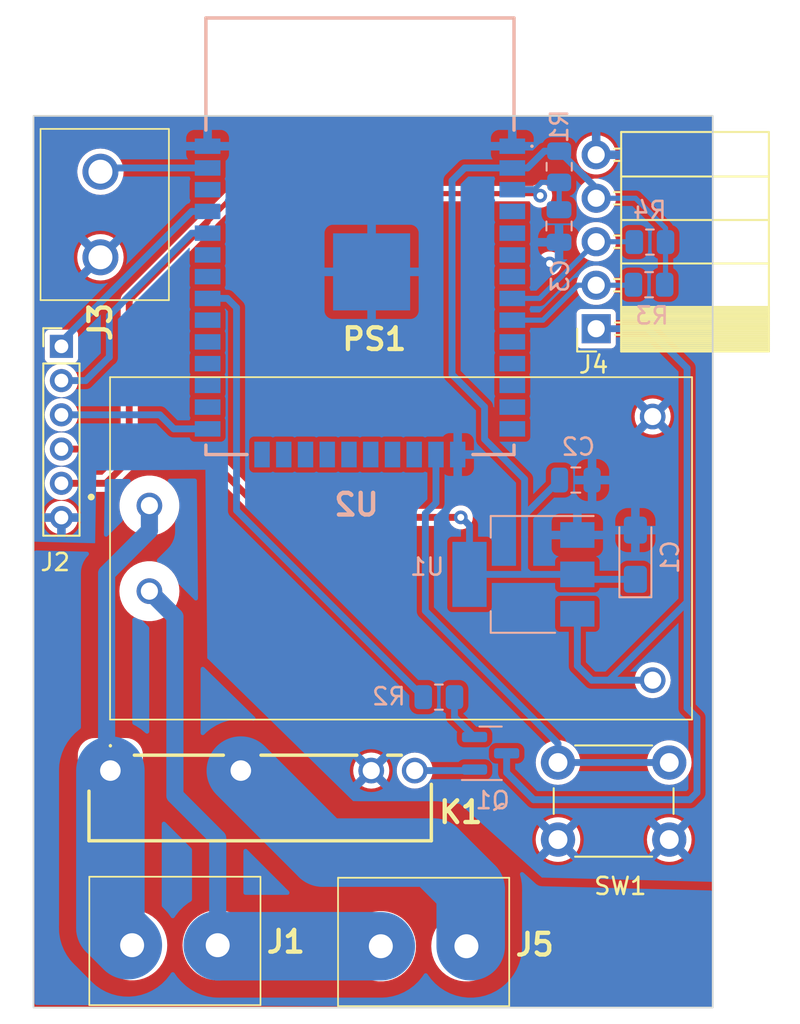
<source format=kicad_pcb>
(kicad_pcb (version 20221018) (generator pcbnew)
  (layers (0 "F.Cu" signal) (31 "B.Cu" signal) (34 "B.Paste" user) (35 "F.Paste" user) (36 "B.SilkS" user "B.Silkscreen") (37 "F.SilkS" user "F.Silkscreen") (38 "B.Mask" user) (39 "F.Mask" user) (44 "Edge.Cuts" user))
  (net 0 "")
  (net 1 "GND")
  (net 2 "LINE")
  (net 3 "+5V")
  (net 4 "Net-(K1-COIL_2)")
  (net 21 "Net-(Q1-B)")
  (net 27 "/RXD")
  (net 28 "/TXD")
  (net 29 "NEUT")
  (net 30 "/LINE_NO")
  (net 31 "/EN")
  (net 32 "/DTR")
  (net 33 "Net-(J3-Pin_1)")
  (net 34 "Net-(U2-IO19)")
  (net 36 "+3V3")
  (net 37 "/SCL")
  (net 38 "/SDA")
  (net 41 "Net-(U2-IO13)")
  (footprint "KF301_2P:KF3012P" (layer "F.Cu") (at 46.54 76.52)
    (fp_text reference "J5" (at 8.99 -0.09) (layer "F.SilkS") (effects (font (size 1.27 1.27) (thickness 0.254))))
    (fp_text value "Screw_Terminal_01x02" hide)
    (fp_line (start -2.5 -4) (end 7.5 -4) (stroke (width 0.1)) (layer "F.SilkS"))
    (fp_line (start -2.5 3.5) (end -2.5 -4) (stroke (width 0.1)) (layer "F.SilkS"))
    (fp_line (start 7.5 -4) (end 7.5 3.5) (stroke (width 0.1)) (layer "F.SilkS"))
    (fp_line (start 7.5 3.5) (end -2.5 3.5) (stroke (width 0.1)) (layer "F.SilkS"))
    (pad "1" thru_hole circle (at 0 0) (size 2.1 2.1) (drill 1.4) (layers "*.Cu" "*.Mask") (net 29 "NEUT"))
    (pad "2" thru_hole circle (at 5 0) (size 2.1 2.1) (drill 1.4) (layers "*.Cu" "*.Mask") (net 30 "/LINE_NO"))
  )
  (footprint "Connector_PinSocket_2.54mm:PinSocket_1x05_P2.54mm_Horizontal" (layer "F.Cu") (at 59.12 40.45 180)
    (fp_text reference "J4" (at 0.15 -2.1 180) (layer "F.SilkS"))
    (fp_text value "Conn_01x04_Socket")
    (fp_line (start -10.09 -1.33) (end -10.09 11.49) (stroke (width 0.12)) (layer "F.SilkS"))
    (fp_line (start -10.09 -1.33) (end -1.46 -1.33) (stroke (width 0.12)) (layer "F.SilkS"))
    (fp_line (start -10.09 -1.21) (end -1.46 -1.21) (stroke (width 0.12)) (layer "F.SilkS"))
    (fp_line (start -10.09 -1.091905) (end -1.46 -1.091905) (stroke (width 0.12)) (layer "F.SilkS"))
    (fp_line (start -10.09 -0.97381) (end -1.46 -0.97381) (stroke (width 0.12)) (layer "F.SilkS"))
    (fp_line (start -10.09 -0.855715) (end -1.46 -0.855715) (stroke (width 0.12)) (layer "F.SilkS"))
    (fp_line (start -10.09 -0.73762) (end -1.46 -0.73762) (stroke (width 0.12)) (layer "F.SilkS"))
    (fp_line (start -10.09 -0.619525) (end -1.46 -0.619525) (stroke (width 0.12)) (layer "F.SilkS"))
    (fp_line (start -10.09 -0.50143) (end -1.46 -0.50143) (stroke (width 0.12)) (layer "F.SilkS"))
    (fp_line (start -10.09 -0.383335) (end -1.46 -0.383335) (stroke (width 0.12)) (layer "F.SilkS"))
    (fp_line (start -10.09 -0.26524) (end -1.46 -0.26524) (stroke (width 0.12)) (layer "F.SilkS"))
    (fp_line (start -10.09 -0.147145) (end -1.46 -0.147145) (stroke (width 0.12)) (layer "F.SilkS"))
    (fp_line (start -10.09 -0.02905) (end -1.46 -0.02905) (stroke (width 0.12)) (layer "F.SilkS"))
    (fp_line (start -10.09 0.089045) (end -1.46 0.089045) (stroke (width 0.12)) (layer "F.SilkS"))
    (fp_line (start -10.09 0.20714) (end -1.46 0.20714) (stroke (width 0.12)) (layer "F.SilkS"))
    (fp_line (start -10.09 0.325235) (end -1.46 0.325235) (stroke (width 0.12)) (layer "F.SilkS"))
    (fp_line (start -10.09 0.44333) (end -1.46 0.44333) (stroke (width 0.12)) (layer "F.SilkS"))
    (fp_line (start -10.09 0.561425) (end -1.46 0.561425) (stroke (width 0.12)) (layer "F.SilkS"))
    (fp_line (start -10.09 0.67952) (end -1.46 0.67952) (stroke (width 0.12)) (layer "F.SilkS"))
    (fp_line (start -10.09 0.797615) (end -1.46 0.797615) (stroke (width 0.12)) (layer "F.SilkS"))
    (fp_line (start -10.09 0.91571) (end -1.46 0.91571) (stroke (width 0.12)) (layer "F.SilkS"))
    (fp_line (start -10.09 1.033805) (end -1.46 1.033805) (stroke (width 0.12)) (layer "F.SilkS"))
    (fp_line (start -10.09 1.1519) (end -1.46 1.1519) (stroke (width 0.12)) (layer "F.SilkS"))
    (fp_line (start -10.09 1.27) (end -1.46 1.27) (stroke (width 0.12)) (layer "F.SilkS"))
    (fp_line (start -10.09 3.81) (end -1.46 3.81) (stroke (width 0.12)) (layer "F.SilkS"))
    (fp_line (start -10.09 6.35) (end -1.46 6.35) (stroke (width 0.12)) (layer "F.SilkS"))
    (fp_line (start -10.09 8.89) (end -1.46 8.89) (stroke (width 0.12)) (layer "F.SilkS"))
    (fp_line (start -10.09 11.49) (end -1.46 11.49) (stroke (width 0.12)) (layer "F.SilkS"))
    (fp_line (start -1.46 -1.33) (end -1.46 11.49) (stroke (width 0.12)) (layer "F.SilkS"))
    (fp_line (start -1.46 -0.36) (end -1.11 -0.36) (stroke (width 0.12)) (layer "F.SilkS"))
    (fp_line (start -1.46 0.36) (end -1.11 0.36) (stroke (width 0.12)) (layer "F.SilkS"))
    (fp_line (start -1.46 2.18) (end -1.05 2.18) (stroke (width 0.12)) (layer "F.SilkS"))
    (fp_line (start -1.46 2.9) (end -1.05 2.9) (stroke (width 0.12)) (layer "F.SilkS"))
    (fp_line (start -1.46 4.72) (end -1.05 4.72) (stroke (width 0.12)) (layer "F.SilkS"))
    (fp_line (start -1.46 5.44) (end -1.05 5.44) (stroke (width 0.12)) (layer "F.SilkS"))
    (fp_line (start -1.46 7.26) (end -1.05 7.26) (stroke (width 0.12)) (layer "F.SilkS"))
    (fp_line (start -1.46 7.98) (end -1.05 7.98) (stroke (width 0.12)) (layer "F.SilkS"))
    (fp_line (start -1.46 9.8) (end -1.05 9.8) (stroke (width 0.12)) (layer "F.SilkS"))
    (fp_line (start -1.46 10.52) (end -1.05 10.52) (stroke (width 0.12)) (layer "F.SilkS"))
    (fp_line (start 0 -1.33) (end 1.11 -1.33) (stroke (width 0.12)) (layer "F.SilkS"))
    (fp_line (start 1.11 -1.33) (end 1.11 0) (stroke (width 0.12)) (layer "F.SilkS"))
    (pad "1" thru_hole rect (at 0 0 180) (size 1.7 1.7) (drill 1) (layers "*.Cu" "*.Mask") (net 3 "+5V"))
    (pad "2" thru_hole oval (at 0 2.54 180) (size 1.7 1.7) (drill 1) (layers "*.Cu" "*.Mask") (net 37 "/SCL"))
    (pad "3" thru_hole oval (at 0 5.08 180) (size 1.7 1.7) (drill 1) (layers "*.Cu" "*.Mask") (net 38 "/SDA"))
    (pad "4" thru_hole oval (at 0 7.62 180) (size 1.7 1.7) (drill 1) (layers "*.Cu" "*.Mask") (net 36 "+3V3"))
    (pad "5" thru_hole oval (at 0 10.16 180) (size 1.7 1.7) (drill 1) (layers "*.Cu" "*.Mask") (net 1 "GND"))
  )
  (footprint "Hi-link:HLKPM01" (layer "F.Cu") (at 33.02 50.78)
    (fp_text reference "PS1" (at 13.14 -9.72) (layer "F.SilkS") (effects (font (size 1.27 1.27) (thickness 0.254))))
    (fp_text value "HLK-PM01" hide)
    (fp_line (start -3.5 -0.5) (end -3.5 -0.5) (stroke (width 0.2)) (layer "F.SilkS"))
    (fp_line (start -3.3 -0.5) (end -3.3 -0.5) (stroke (width 0.2)) (layer "F.SilkS"))
    (fp_line (start -2.3 -7.5) (end 31.7 -7.5) (stroke (width 0.1)) (layer "F.SilkS"))
    (fp_line (start -2.3 12.5) (end -2.3 -7.5) (stroke (width 0.1)) (layer "F.SilkS"))
    (fp_line (start 31.7 -7.5) (end 31.7 12.5) (stroke (width 0.1)) (layer "F.SilkS"))
    (fp_line (start 31.7 12.5) (end -2.3 12.5) (stroke (width 0.1)) (layer "F.SilkS"))
    (fp_arc (start -3.5 -0.5) (mid -3.4 -0.6) (end -3.3 -0.5) (stroke (width 0.2)) (layer "F.SilkS"))
    (fp_arc (start -3.3 -0.5) (mid -3.4 -0.4) (end -3.5 -0.5) (stroke (width 0.2)) (layer "F.SilkS"))
    (pad "1" thru_hole circle (at 0 0) (size 1.5 1.5) (drill 1) (layers "*.Cu" "*.Mask") (net 2 "LINE"))
    (pad "2" thru_hole circle (at 0 5) (size 1.5 1.5) (drill 1) (layers "*.Cu" "*.Mask") (net 29 "NEUT"))
    (pad "3" thru_hole circle (at 29.4 -5.2) (size 1.5 1.5) (drill 1) (layers "*.Cu" "*.Mask") (net 1 "GND"))
    (pad "4" thru_hole circle (at 29.4 10.2) (size 1.5 1.5) (drill 1) (layers "*.Cu" "*.Mask") (net 3 "+5V"))
  )
  (footprint "HF49FD_005:HF49FD0051H22G" (layer "F.Cu") (at 30.74 66.26)
    (fp_text reference "K1" (at 20.47 2.43) (layer "F.SilkS") (effects (font (size 1.27 1.27) (thickness 0.254))))
    (fp_text value "HF49FD_005-1H22G" hide)
    (fp_line (start -1.25 4.1) (end -1.25 1.2) (stroke (width 0.2)) (layer "F.SilkS"))
    (fp_line (start 0 -1.5) (end 0 -1.5) (stroke (width 0.1)) (layer "F.SilkS"))
    (fp_line (start 0 -1.4) (end 0 -1.4) (stroke (width 0.1)) (layer "F.SilkS"))
    (fp_line (start 1.4 -0.9) (end 6.6 -0.9) (stroke (width 0.2)) (layer "F.SilkS"))
    (fp_line (start 8.8 -0.9) (end 14.4 -0.9) (stroke (width 0.2)) (layer "F.SilkS"))
    (fp_line (start 16.2 -0.9) (end 17 -0.9) (stroke (width 0.2)) (layer "F.SilkS"))
    (fp_line (start 18.75 0.8) (end 18.75 4.1) (stroke (width 0.2)) (layer "F.SilkS"))
    (fp_line (start 18.75 4.1) (end -1.25 4.1) (stroke (width 0.2)) (layer "F.SilkS"))
    (fp_arc (start 0 -1.5) (mid 0.05 -1.45) (end 0 -1.4) (stroke (width 0.1)) (layer "F.SilkS"))
    (fp_arc (start 0 -1.4) (mid -0.05 -1.45) (end 0 -1.5) (stroke (width 0.1)) (layer "F.SilkS"))
    (pad "1" thru_hole rect (at 0 0) (size 1.8 1.8) (drill 1.2) (layers "*.Cu" "*.Mask") (net 2 "LINE"))
    (pad "2" thru_hole circle (at 7.62 0) (size 1.8 1.8) (drill 1.2) (layers "*.Cu" "*.Mask") (net 30 "/LINE_NO"))
    (pad "3" thru_hole circle (at 15.24 0) (size 1.5 1.5) (drill 1) (layers "*.Cu" "*.Mask") (net 1 "GND"))
    (pad "4" thru_hole circle (at 17.78 0) (size 1.5 1.5) (drill 1) (layers "*.Cu" "*.Mask") (net 4 "Net-(K1-COIL_2)"))
  )
  (footprint "Button_Switch_THT:SW_PUSH_6mm_H4.3mm" (layer "F.Cu") (at 56.89 65.79)
    (fp_text reference "SW1" (at 3.64 7.22) (layer "F.SilkS"))
    (fp_text value "SW_DIP_x01")
    (fp_line (start -0.25 1.5) (end -0.25 3) (stroke (width 0.12)) (layer "F.SilkS"))
    (fp_line (start 1 5.5) (end 5.5 5.5) (stroke (width 0.12)) (layer "F.SilkS"))
    (fp_line (start 5.5 -1) (end 1 -1) (stroke (width 0.12)) (layer "F.SilkS"))
    (fp_line (start 6.75 3) (end 6.75 1.5) (stroke (width 0.12)) (layer "F.SilkS"))
    (pad "1" thru_hole circle (at 0 0 90) (size 2 2) (drill 1.1) (layers "*.Cu" "*.Mask") (net 41 "Net-(U2-IO13)"))
    (pad "1" thru_hole circle (at 6.5 0 90) (size 2 2) (drill 1.1) (layers "*.Cu" "*.Mask") (net 41 "Net-(U2-IO13)"))
    (pad "2" thru_hole circle (at 0 4.5 90) (size 2 2) (drill 1.1) (layers "*.Cu" "*.Mask") (net 1 "GND"))
    (pad "2" thru_hole circle (at 6.5 4.5 90) (size 2 2) (drill 1.1) (layers "*.Cu" "*.Mask") (net 1 "GND"))
  )
  (footprint "KF301_2P:KF3012P" (layer "F.Cu") (at 32.01 76.46)
    (fp_text reference "J1" (at 8.98 -0.2) (layer "F.SilkS") (effects (font (size 1.27 1.27) (thickness 0.254))))
    (fp_text value "Screw_Terminal_01x02" hide)
    (fp_line (start -2.5 -4) (end 7.5 -4) (stroke (width 0.1)) (layer "F.SilkS"))
    (fp_line (start -2.5 3.5) (end -2.5 -4) (stroke (width 0.1)) (layer "F.SilkS"))
    (fp_line (start 7.5 -4) (end 7.5 3.5) (stroke (width 0.1)) (layer "F.SilkS"))
    (fp_line (start 7.5 3.5) (end -2.5 3.5) (stroke (width 0.1)) (layer "F.SilkS"))
    (pad "1" thru_hole circle (at 0 0) (size 2.1 2.1) (drill 1.4) (layers "*.Cu" "*.Mask") (net 2 "LINE"))
    (pad "2" thru_hole circle (at 5 0) (size 2.1 2.1) (drill 1.4) (layers "*.Cu" "*.Mask") (net 29 "NEUT"))
  )
  (footprint "Connector_PinHeader_2.00mm:PinHeader_1x06_P2.00mm_Vertical" (layer "F.Cu") (at 27.88 41.48)
    (fp_text reference "J2" (at -0.36 12.61) (layer "F.SilkS"))
    (fp_text value "Conn_01x06_Pin")
    (fp_line (start -1.06 -1.06) (end 0 -1.06) (stroke (width 0.12)) (layer "F.SilkS"))
    (fp_line (start -1.06 0) (end -1.06 -1.06) (stroke (width 0.12)) (layer "F.SilkS"))
    (fp_line (start -1.06 1) (end -1.06 11.06) (stroke (width 0.12)) (layer "F.SilkS"))
    (fp_line (start -1.06 1) (end 1.06 1) (stroke (width 0.12)) (layer "F.SilkS"))
    (fp_line (start -1.06 11.06) (end 1.06 11.06) (stroke (width 0.12)) (layer "F.SilkS"))
    (fp_line (start 1.06 1) (end 1.06 11.06) (stroke (width 0.12)) (layer "F.SilkS"))
    (pad "1" thru_hole rect (at 0 0) (size 1.35 1.35) (drill 0.8) (layers "*.Cu" "*.Mask") (net 27 "/RXD"))
    (pad "2" thru_hole oval (at 0 2) (size 1.35 1.35) (drill 0.8) (layers "*.Cu" "*.Mask") (net 28 "/TXD"))
    (pad "3" thru_hole oval (at 0 4) (size 1.35 1.35) (drill 0.8) (layers "*.Cu" "*.Mask") (net 32 "/DTR"))
    (pad "4" thru_hole oval (at 0 6) (size 1.35 1.35) (drill 0.8) (layers "*.Cu" "*.Mask") (net 31 "/EN"))
    (pad "5" thru_hole oval (at 0 8) (size 1.35 1.35) (drill 0.8) (layers "*.Cu" "*.Mask") (net 36 "+3V3"))
    (pad "6" thru_hole oval (at 0 10) (size 1.35 1.35) (drill 0.8) (layers "*.Cu" "*.Mask") (net 1 "GND"))
  )
  (footprint "KF301_2P:KF3012P" (layer "F.Cu") (at 30.16 31.28 -90)
    (fp_text reference "J3" (at 8.78 0.01 90) (layer "F.SilkS") (effects (font (size 1.27 1.27) (thickness 0.254))))
    (fp_text value "Screw_Terminal_01x02" hide)
    (fp_line (start -2.5 -4) (end 7.5 -4) (stroke (width 0.1)) (layer "F.SilkS"))
    (fp_line (start -2.5 3.5) (end -2.5 -4) (stroke (width 0.1)) (layer "F.SilkS"))
    (fp_line (start 7.5 -4) (end 7.5 3.5) (stroke (width 0.1)) (layer "F.SilkS"))
    (fp_line (start 7.5 3.5) (end -2.5 3.5) (stroke (width 0.1)) (layer "F.SilkS"))
    (pad "1" thru_hole circle (at 0 0 270) (size 2.1 2.1) (drill 1.4) (layers "*.Cu" "*.Mask") (net 33 "Net-(J3-Pin_1)"))
    (pad "2" thru_hole circle (at 5 0 270) (size 2.1 2.1) (drill 1.4) (layers "*.Cu" "*.Mask") (net 1 "GND"))
  )
  (footprint "Package_TO_SOT_SMD:SOT-23" (layer "B.Cu") (at 52.9525 65.25)
    (fp_text reference "Q1" (at 0.1175 2.75) (layer "B.SilkS") (effects (justify mirror)))
    (fp_text value "S8050")
    (fp_line (start 0 -1.56) (end -0.65 -1.56) (stroke (width 0.12)) (layer "B.SilkS"))
    (fp_line (start 0 -1.56) (end 0.65 -1.56) (stroke (width 0.12)) (layer "B.SilkS"))
    (fp_line (start 0 1.56) (end -1.675 1.56) (stroke (width 0.12)) (layer "B.SilkS"))
    (fp_line (start 0 1.56) (end 0.65 1.56) (stroke (width 0.12)) (layer "B.SilkS"))
    (pad "1" smd roundrect (at -0.9375 0.95) (size 1.475 0.6) (layers "B.Cu" "B.Paste" "B.Mask") (net 4 "Net-(K1-COIL_2)"))
    (pad "2" smd roundrect (at -0.9375 -0.95) (size 1.475 0.6) (layers "B.Cu" "B.Paste" "B.Mask") (net 21 "Net-(Q1-B)"))
    (pad "3" smd roundrect (at 0.9375 0) (size 1.475 0.6) (layers "B.Cu" "B.Paste" "B.Mask") (net 3 "+5V"))
  )
  (footprint "Resistor_SMD:R_0805_2012Metric" (layer "B.Cu") (at 49.93 61.97)
    (fp_text reference "R2" (at -2.92 -0.04) (layer "B.SilkS") (effects (justify mirror)))
    (fp_text value "10K")
    (fp_line (start -0.227064 -0.735) (end 0.227064 -0.735) (stroke (width 0.12)) (layer "B.SilkS"))
    (fp_line (start -0.227064 0.735) (end 0.227064 0.735) (stroke (width 0.12)) (layer "B.SilkS"))
    (pad "1" smd roundrect (at -0.9125 0) (size 1.025 1.4) (layers "B.Cu" "B.Paste" "B.Mask") (roundrect_rratio 0.243902439) (net 34 "Net-(U2-IO19)"))
    (pad "2" smd roundrect (at 0.9125 0) (size 1.025 1.4) (layers "B.Cu" "B.Paste" "B.Mask") (roundrect_rratio 0.243902439) (net 21 "Net-(Q1-B)"))
  )
  (footprint "Resistor_SMD:R_0805_2012Metric" (layer "B.Cu") (at 62.21 37.88)
    (fp_text reference "R3" (at 0.17 1.81) (layer "B.SilkS") (effects (justify mirror)))
    (fp_text value "10K")
    (fp_line (start -0.227064 -0.735) (end 0.227064 -0.735) (stroke (width 0.12)) (layer "B.SilkS"))
    (fp_line (start -0.227064 0.735) (end 0.227064 0.735) (stroke (width 0.12)) (layer "B.SilkS"))
    (pad "1" smd roundrect (at -0.9125 0) (size 1.025 1.4) (layers "B.Cu" "B.Paste" "B.Mask") (roundrect_rratio 0.243902439) (net 37 "/SCL"))
    (pad "2" smd roundrect (at 0.9125 0) (size 1.025 1.4) (layers "B.Cu" "B.Paste" "B.Mask") (roundrect_rratio 0.243902439) (net 36 "+3V3"))
  )
  (footprint "Package_TO_SOT_SMD:SOT-223-3_TabPin2" (layer "B.Cu") (at 54.87 54.8 180)
    (fp_text reference "U1" (at 5.62 0.44) (layer "B.SilkS") (effects (justify mirror)))
    (fp_text value "AMS1117-3.3")
    (fp_line (start -4.1 3.41) (end 1.91 3.41) (stroke (width 0.12)) (layer "B.SilkS"))
    (fp_line (start -1.85 -3.41) (end 1.91 -3.41) (stroke (width 0.12)) (layer "B.SilkS"))
    (fp_line (start 1.91 -3.41) (end 1.91 -2.15) (stroke (width 0.12)) (layer "B.SilkS"))
    (fp_line (start 1.91 3.41) (end 1.91 2.15) (stroke (width 0.12)) (layer "B.SilkS"))
    (pad "1" smd rect (at -3.15 2.3 180) (size 2 1.5) (layers "B.Cu" "B.Paste" "B.Mask") (net 1 "GND"))
    (pad "2" smd rect (at -3.15 0 180) (size 2 1.5) (layers "B.Cu" "B.Paste" "B.Mask") (net 36 "+3V3"))
    (pad "2" smd rect (at 3.15 0 180) (size 2 3.8) (layers "B.Cu" "B.Paste" "B.Mask") (net 36 "+3V3"))
    (pad "3" smd rect (at -3.15 -2.3 180) (size 2 1.5) (layers "B.Cu" "B.Paste" "B.Mask") (net 3 "+5V"))
  )
  (footprint "Capacitor_SMD:C_0805_2012Metric" (layer "B.Cu") (at 56.95 34.45 -90)
    (fp_text reference "C3" (at 2.92 -0.07 90) (layer "B.SilkS") (effects (justify mirror)))
    (fp_text value "0.1uF")
    (fp_line (start -0.261252 -0.735) (end 0.261252 -0.735) (stroke (width 0.12)) (layer "B.SilkS"))
    (fp_line (start -0.261252 0.735) (end 0.261252 0.735) (stroke (width 0.12)) (layer "B.SilkS"))
    (pad "1" smd roundrect (at -0.95 0 270) (size 1 1.45) (layers "B.Cu" "B.Paste" "B.Mask") (net 31 "/EN"))
    (pad "2" smd roundrect (at 0.95 0 270) (size 1 1.45) (layers "B.Cu" "B.Paste" "B.Mask") (net 1 "GND"))
  )
  (footprint "Resistor_SMD:R_0805_2012Metric" (layer "B.Cu") (at 56.96 30.99 -90)
    (fp_text reference "R1" (at -2.36 -0.01 90) (layer "B.SilkS") (effects (justify mirror)))
    (fp_text value "10K")
    (fp_line (start -0.227064 -0.735) (end 0.227064 -0.735) (stroke (width 0.12)) (layer "B.SilkS"))
    (fp_line (start -0.227064 0.735) (end 0.227064 0.735) (stroke (width 0.12)) (layer "B.SilkS"))
    (pad "1" smd roundrect (at -0.9125 0 270) (size 1.025 1.4) (layers "B.Cu" "B.Paste" "B.Mask") (roundrect_rratio 0.243902439) (net 36 "+3V3"))
    (pad "2" smd roundrect (at 0.9125 0 270) (size 1.025 1.4) (layers "B.Cu" "B.Paste" "B.Mask") (roundrect_rratio 0.243902439) (net 31 "/EN"))
  )
  (footprint "Capacitor_SMD:C_0805_2012Metric" (layer "B.Cu") (at 57.93 49.29)
    (fp_text reference "C2" (at 0.15 -1.94) (layer "B.SilkS") (effects (justify mirror)))
    (fp_text value "0.1uF")
    (fp_line (start -0.261252 -0.735) (end 0.261252 -0.735) (stroke (width 0.12)) (layer "B.SilkS"))
    (fp_line (start -0.261252 0.735) (end 0.261252 0.735) (stroke (width 0.12)) (layer "B.SilkS"))
    (pad "1" smd roundrect (at -0.95 0) (size 1 1.45) (layers "B.Cu" "B.Paste" "B.Mask") (net 36 "+3V3"))
    (pad "2" smd roundrect (at 0.95 0) (size 1 1.45) (layers "B.Cu" "B.Paste" "B.Mask") (net 1 "GND"))
  )
  (footprint "Capacitor_Tantalum_SMD:CP_EIA-3216-18_Kemet-A_Pad1.58x1.35mm_HandSolder" (layer "B.Cu") (at 61.41 53.65 90)
    (fp_text reference "C1" (at -0.14 2.03 90) (layer "B.SilkS") (effects (justify mirror)))
    (fp_text value "22uF")
    (fp_line (start -2.485 -0.935) (end 1.6 -0.935) (stroke (width 0.12)) (layer "B.SilkS"))
    (fp_line (start -2.485 0.935) (end -2.485 -0.935) (stroke (width 0.12)) (layer "B.SilkS"))
    (fp_line (start 1.6 0.935) (end -2.485 0.935) (stroke (width 0.12)) (layer "B.SilkS"))
    (pad "1" smd roundrect (at -1.4375 0 90) (size 1.575 1.35) (layers "B.Cu" "B.Paste" "B.Mask") (roundrect_rratio 0.1851851852) (net 36 "+3V3"))
    (pad "2" smd roundrect (at 1.4375 0 90) (size 1.575 1.35) (layers "B.Cu" "B.Paste" "B.Mask") (roundrect_rratio 0.1851851852) (net 1 "GND"))
  )
  (footprint "Resistor_SMD:R_0805_2012Metric" (layer "B.Cu") (at 62.26 35.39)
    (fp_text reference "R4" (at -0.01 -1.86) (layer "B.SilkS") (effects (justify mirror)))
    (fp_text value "10K")
    (fp_line (start -0.227064 -0.735) (end 0.227064 -0.735) (stroke (width 0.12)) (layer "B.SilkS"))
    (fp_line (start -0.227064 0.735) (end 0.227064 0.735) (stroke (width 0.12)) (layer "B.SilkS"))
    (pad "1" smd roundrect (at -0.9125 0) (size 1.025 1.4) (layers "B.Cu" "B.Paste" "B.Mask") (roundrect_rratio 0.243902439) (net 38 "/SDA"))
    (pad "2" smd roundrect (at 0.9125 0) (size 1.025 1.4) (layers "B.Cu" "B.Paste" "B.Mask") (roundrect_rratio 0.243902439) (net 36 "+3V3"))
  )
  (footprint "ESP32S:ESP32s" (layer "B.Cu") (at 45.32 35.05 180)
    (fp_text reference "U2" (at 0.2 -15.68) (layer "B.SilkS") (effects (font (size 1.27 1.27) (thickness 0.254)) (justify mirror)))
    (fp_text value "ESP-32s" hide)
    (fp_line (start -10.1 5.26) (end -10.1 5.26) (stroke (width 0.1)) (layer "B.SilkS"))
    (fp_line (start -10 5.26) (end -10 5.26) (stroke (width 0.1)) (layer "B.SilkS"))
    (fp_line (start -9 -12.75) (end -6.6 -12.75) (stroke (width 0.2)) (layer "B.SilkS"))
    (fp_line (start -9 -12.2) (end -9 -12.75) (stroke (width 0.2)) (layer "B.SilkS"))
    (fp_line (start -9 6.2) (end -9 12.75) (stroke (width 0.2)) (layer "B.SilkS"))
    (fp_line (start -9 12.75) (end 9 12.75) (stroke (width 0.2)) (layer "B.SilkS"))
    (fp_line (start 6.6 -12.75) (end 9 -12.75) (stroke (width 0.2)) (layer "B.SilkS"))
    (fp_line (start 9 -12.75) (end 9 -12.2) (stroke (width 0.2)) (layer "B.SilkS"))
    (fp_line (start 9 12.75) (end 9 6.2) (stroke (width 0.2)) (layer "B.SilkS"))
    (fp_arc (start -10.1 5.26) (mid -10.05 5.21) (end -10 5.26) (stroke (width 0.1)) (layer "B.SilkS"))
    (fp_arc (start -10 5.26) (mid -10.05 5.31) (end -10.1 5.26) (stroke (width 0.1)) (layer "B.SilkS"))
    (pad "1" smd rect (at -8.9 5.26 90) (size 0.9 1.5) (layers "B.Cu" "B.Paste" "B.Mask") (net 1 "GND"))
    (pad "2" smd rect (at -8.9 3.99 90) (size 0.9 1.5) (layers "B.Cu" "B.Paste" "B.Mask") (net 36 "+3V3"))
    (pad "3" smd rect (at -8.9 2.72 90) (size 0.9 1.5) (layers "B.Cu" "B.Paste" "B.Mask") (net 31 "/EN"))
    (pad "4" smd rect (at -8.9 1.45 90) (size 0.9 1.5) (layers "B.Cu" "B.Paste" "B.Mask"))
    (pad "5" smd rect (at -8.9 0.18 90) (size 0.9 1.5) (layers "B.Cu" "B.Paste" "B.Mask"))
    (pad "6" smd rect (at -8.9 -1.09 90) (size 0.9 1.5) (layers "B.Cu" "B.Paste" "B.Mask"))
    (pad "7" smd rect (at -8.9 -2.36 90) (size 0.9 1.5) (layers "B.Cu" "B.Paste" "B.Mask"))
    (pad "8" smd rect (at -8.9 -3.63 90) (size 0.9 1.5) (layers "B.Cu" "B.Paste" "B.Mask") (net 38 "/SDA"))
    (pad "9" smd rect (at -8.9 -4.9 90) (size 0.9 1.5) (layers "B.Cu" "B.Paste" "B.Mask") (net 37 "/SCL"))
    (pad "10" smd rect (at -8.9 -6.17 90) (size 0.9 1.5) (layers "B.Cu" "B.Paste" "B.Mask"))
    (pad "11" smd rect (at -8.9 -7.44 90) (size 0.9 1.5) (layers "B.Cu" "B.Paste" "B.Mask"))
    (pad "12" smd rect (at -8.9 -8.71 90) (size 0.9 1.5) (layers "B.Cu" "B.Paste" "B.Mask"))
    (pad "13" smd rect (at -8.9 -9.98 90) (size 0.9 1.5) (layers "B.Cu" "B.Paste" "B.Mask"))
    (pad "14" smd rect (at -8.9 -11.25 90) (size 0.9 1.5) (layers "B.Cu" "B.Paste" "B.Mask"))
    (pad "15" smd rect (at -5.71 -12.75 180) (size 0.9 1.5) (layers "B.Cu" "B.Paste" "B.Mask") (net 1 "GND"))
    (pad "16" smd rect (at -4.44 -12.75 180) (size 0.9 1.5) (layers "B.Cu" "B.Paste" "B.Mask") (net 41 "Net-(U2-IO13)"))
    (pad "17" smd rect (at -3.17 -12.75 180) (size 0.9 1.5) (layers "B.Cu" "B.Paste" "B.Mask"))
    (pad "18" smd rect (at -1.9 -12.75 180) (size 0.9 1.5) (layers "B.Cu" "B.Paste" "B.Mask"))
    (pad "19" smd rect (at -0.63 -12.75 180) (size 0.9 1.5) (layers "B.Cu" "B.Paste" "B.Mask"))
    (pad "20" smd rect (at 0.64 -12.75 180) (size 0.9 1.5) (layers "B.Cu" "B.Paste" "B.Mask"))
    (pad "21" smd rect (at 1.91 -12.75 180) (size 0.9 1.5) (layers "B.Cu" "B.Paste" "B.Mask"))
    (pad "22" smd rect (at 3.18 -12.75 180) (size 0.9 1.5) (layers "B.Cu" "B.Paste" "B.Mask"))
    (pad "23" smd rect (at 4.45 -12.75 180) (size 0.9 1.5) (layers "B.Cu" "B.Paste" "B.Mask"))
    (pad "24" smd rect (at 5.72 -12.75 180) (size 0.9 1.5) (layers "B.Cu" "B.Paste" "B.Mask"))
    (pad "25" smd rect (at 8.9 -11.25 90) (size 0.9 1.5) (layers "B.Cu" "B.Paste" "B.Mask") (net 32 "/DTR"))
    (pad "26" smd rect (at 8.9 -9.98 90) (size 0.9 1.5) (layers "B.Cu" "B.Paste" "B.Mask"))
    (pad "27" smd rect (at 8.9 -8.71 90) (size 0.9 1.5) (layers "B.Cu" "B.Paste" "B.Mask"))
    (pad "28" smd rect (at 8.9 -7.44 90) (size 0.9 1.5) (layers "B.Cu" "B.Paste" "B.Mask"))
    (pad "29" smd rect (at 8.9 -6.17 90) (size 0.9 1.5) (layers "B.Cu" "B.Paste" "B.Mask"))
    (pad "30" smd rect (at 8.9 -4.9 90) (size 0.9 1.5) (layers "B.Cu" "B.Paste" "B.Mask"))
    (pad "31" smd rect (at 8.9 -3.63 90) (size 0.9 1.5) (layers "B.Cu" "B.Paste" "B.Mask") (net 34 "Net-(U2-IO19)"))
    (pad "32" smd rect (at 8.9 -2.36 90) (size 0.9 1.5) (layers "B.Cu" "B.Paste" "B.Mask"))
    (pad "33" smd rect (at 8.9 -1.09 90) (size 0.9 1.5) (layers "B.Cu" "B.Paste" "B.Mask"))
    (pad "34" smd rect (at 8.9 0.18 90) (size 0.9 1.5) (layers "B.Cu" "B.Paste" "B.Mask") (net 28 "/TXD"))
    (pad "35" smd rect (at 8.9 1.45 90) (size 0.9 1.5) (layers "B.Cu" "B.Paste" "B.Mask") (net 27 "/RXD"))
    (pad "36" smd rect (at 8.9 2.72 90) (size 0.9 1.5) (layers "B.Cu" "B.Paste" "B.Mask"))
    (pad "37" smd rect (at 8.9 3.99 90) (size 0.9 1.5) (layers "B.Cu" "B.Paste" "B.Mask") (net 33 "Net-(J3-Pin_1)"))
    (pad "38" smd rect (at 8.9 5.26 90) (size 0.9 1.5) (layers "B.Cu" "B.Paste" "B.Mask") (net 1 "GND"))
    (pad "39" smd rect (at -0.68 -2.08 180) (size 4.5 4.5) (layers "B.Cu" "B.Paste" "B.Mask") (net 1 "GND"))
  )
  (gr_rect (start 26.2525 28.02) (end 65.9275 80.1) (stroke (width 0.1)) (fill none) (layer "Edge.Cuts"))
  (via (at 56.4 36.64) (size 0.8) (drill 0.4) (layers "F.Cu" "B.Cu") (net 1))
  (segment (start 51.04 47.81) (end 51.03 47.8) (width 0.3) (layer "B.Cu") (net 1))
  (segment (start 61.41 52.2125) (end 61.41 51.82) (width 0.4) (layer "B.Cu") (net 1))
  (segment (start 58.02 52.5) (end 58.04 52.5) (width 0.4) (layer "B.Cu") (net 1))
  (segment (start 30.52 54.744466) (end 30.52 66.04) (width 1) (layer "B.Cu") (net 2))
  (segment (start 30.74 66.26) (end 30.74 75.44) (width 4) (layer "B.Cu") (net 2))
  (segment (start 30.52 66.04) (end 30.74 66.26) (width 1) (layer "B.Cu") (net 2))
  (segment (start 30.74 66.26) (end 29.77 65.29) (width 1) (layer "B.Cu") (net 2))
  (segment (start 30.74 75.44) (end 31.76 76.46) (width 4) (layer "B.Cu") (net 2))
  (segment (start 33.02 52.244466) (end 30.52 54.744466) (width 1) (layer "B.Cu") (net 2))
  (segment (start 33.02 50.78) (end 33.02 52.244466) (width 1) (layer "B.Cu") (net 2))
  (segment (start 53.89 66.38) (end 55.47 67.96) (width 0.4) (layer "B.Cu") (net 3))
  (segment (start 53.89 65.25) (end 53.89 66.38) (width 0.4) (layer "B.Cu") (net 3))
  (segment (start 62.13 40.45) (end 59.12 40.45) (width 0.4) (layer "B.Cu") (net 3))
  (segment (start 65.0075 63.18) (end 64.43 62.6025) (width 0.4) (layer "B.Cu") (net 3))
  (segment (start 53.89 65.25) (end 53.94 65.25) (width 0.4) (layer "B.Cu") (net 3))
  (segment (start 64.43 42.75) (end 62.13 40.45) (width 0.4) (layer "B.Cu") (net 3))
  (segment (start 64.43 56.42) (end 59.87 60.98) (width 0.4) (layer "B.Cu") (net 3))
  (segment (start 58.02 60.14) (end 58.86 60.98) (width 0.4) (layer "B.Cu") (net 3))
  (segment (start 64.43 62.6025) (end 64.43 56.42) (width 0.4) (layer "B.Cu") (net 3))
  (segment (start 59.83 60.98) (end 59.87 60.98) (width 0.4) (layer "B.Cu") (net 3))
  (segment (start 62.42 60.98) (end 59.83 60.98) (width 0.4) (layer "B.Cu") (net 3))
  (segment (start 58.86 60.98) (end 59.83 60.98) (width 0.4) (layer "B.Cu") (net 3))
  (segment (start 64.6 67.96) (end 65.0075 67.5525) (width 0.4) (layer "B.Cu") (net 3))
  (segment (start 64.43 56.42) (end 64.43 42.75) (width 0.4) (layer "B.Cu") (net 3))
  (segment (start 58.02 57.1) (end 58.02 60.14) (width 0.4) (layer "B.Cu") (net 3))
  (segment (start 55.47 67.96) (end 64.6 67.96) (width 0.4) (layer "B.Cu") (net 3))
  (segment (start 65.0075 67.5525) (end 65.0075 63.18) (width 0.4) (layer "B.Cu") (net 3))
  (segment (start 50.4 66.26) (end 51.955 66.26) (width 0.4) (layer "B.Cu") (net 4))
  (segment (start 51.955 66.26) (end 52.015 66.2) (width 0.4) (layer "B.Cu") (net 4))
  (segment (start 48.52 66.26) (end 50.4 66.26) (width 0.4) (layer "B.Cu") (net 4))
  (segment (start 50.8425 63.1275) (end 52.015 64.3) (width 0.4) (layer "B.Cu") (net 21))
  (segment (start 50.8425 61.97) (end 50.8425 63.1275) (width 0.4) (layer "B.Cu") (net 21))
  (segment (start 35.49 33.6) (end 36.42 33.6) (width 0.4) (layer "B.Cu") (net 27))
  (segment (start 27.88 41.21) (end 27.88 41.48) (width 0.4) (layer "B.Cu") (net 27))
  (segment (start 35.49 33.6) (end 27.88 41.21) (width 0.4) (layer "B.Cu") (net 27))
  (segment (start 30.66 42.114594) (end 29.294594 43.48) (width 0.4) (layer "B.Cu") (net 28))
  (segment (start 35.49 34.87) (end 36.42 34.87) (width 0.4) (layer "B.Cu") (net 28))
  (segment (start 30.68 39.68) (end 35.49 34.87) (width 0.4) (layer "B.Cu") (net 28))
  (segment (start 29.294594 43.48) (end 27.88 43.48) (width 0.4) (layer "B.Cu") (net 28))
  (segment (start 30.68 42.114594) (end 30.66 42.114594) (width 0.4) (layer "B.Cu") (net 28))
  (segment (start 30.68 42.114594) (end 30.68 39.68) (width 0.4) (layer "B.Cu") (net 28))
  (segment (start 34.51 67.7133) (end 34.51 57.27) (width 1) (layer "B.Cu") (net 29))
  (segment (start 46.54 76.52) (end 37.07 76.52) (width 4) (layer "B.Cu") (net 29))
  (segment (start 37.01 76.46) (end 37.01 70.2133) (width 1) (layer "B.Cu") (net 29))
  (segment (start 37.07 76.52) (end 37.01 76.46) (width 4) (layer "B.Cu") (net 29))
  (segment (start 37.01 70.2133) (end 34.51 67.7133) (width 1) (layer "B.Cu") (net 29))
  (segment (start 34.51 57.27) (end 33.02 55.78) (width 1) (layer "B.Cu") (net 29))
  (segment (start 38.36 66.26) (end 43.15 71.05) (width 4) (layer "B.Cu") (net 30))
  (segment (start 51.79 73.2) (end 51.79 76.52) (width 4) (layer "B.Cu") (net 30))
  (segment (start 43.15 71.05) (end 49.64 71.05) (width 4) (layer "B.Cu") (net 30))
  (segment (start 49.64 71.05) (end 51.79 73.2) (width 4) (layer "B.Cu") (net 30))
  (segment (start 36.4 34.21) (end 31.84 38.77) (width 0.4) (layer "F.Cu") (net 31))
  (segment (start 31.84 38.77) (end 31.84 46.9) (width 0.4) (layer "F.Cu") (net 31))
  (segment (start 31.84 46.9) (end 31.25 47.49) (width 0.4) (layer "F.Cu") (net 31))
  (segment (start 31.24 47.48) (end 27.88 47.48) (width 0.4) (layer "F.Cu") (net 31))
  (segment (start 55.73 32.56) (end 55.85 32.68) (width 0.3) (layer "F.Cu") (net 31))
  (segment (start 31.25 47.49) (end 31.24 47.48) (width 0.4) (layer "F.Cu") (net 31))
  (segment (start 36.4 34.21) (end 38.05 32.56) (width 0.3) (layer "F.Cu") (net 31))
  (segment (start 38.05 32.56) (end 55.73 32.56) (width 0.3) (layer "F.Cu") (net 31))
  (via (at 55.85 32.68) (size 0.8) (drill 0.4) (layers "F.Cu" "B.Cu") (net 31))
  (segment (start 56.96 33.49) (end 56.95 33.5) (width 0.3) (layer "B.Cu") (net 31))
  (segment (start 55.9275 31.9025) (end 55.5 32.33) (width 0.3) (layer "B.Cu") (net 31))
  (segment (start 56.96 31.9025) (end 56.96 33.49) (width 0.3) (layer "B.Cu") (net 31))
  (segment (start 55.85 32.68) (end 55.5 32.33) (width 0.4) (layer "B.Cu") (net 31))
  (segment (start 56.96 31.9025) (end 55.9275 31.9025) (width 0.3) (layer "B.Cu") (net 31))
  (segment (start 55.5 32.33) (end 54.22 32.33) (width 0.4) (layer "B.Cu") (net 31))
  (segment (start 28.39 47.45) (end 28.35 47.49) (width 0.4) (layer "B.Cu") (net 31))
  (segment (start 34.45 46.3) (end 33.63 45.48) (width 0.4) (layer "B.Cu") (net 32))
  (segment (start 36.42 46.3) (end 34.45 46.3) (width 0.4) (layer "B.Cu") (net 32))
  (segment (start 33.63 45.48) (end 27.88 45.48) (width 0.4) (layer "B.Cu") (net 32))
  (segment (start 30.36 31.08) (end 30.16 31.28) (width 0.4) (layer "F.Cu") (net 33))
  (segment (start 36.2 31.28) (end 36.42 31.06) (width 0.4) (layer "B.Cu") (net 33))
  (segment (start 36.42 31.06) (end 30.38 31.06) (width 0.4) (layer "B.Cu") (net 33))
  (segment (start 30.38 31.06) (end 30.16 31.28) (width 0.4) (layer "B.Cu") (net 33))
  (segment (start 38.11 51.0625) (end 49.0175 61.97) (width 0.4) (layer "B.Cu") (net 34))
  (segment (start 36.42 38.68) (end 37.57 38.68) (width 0.4) (layer "B.Cu") (net 34))
  (segment (start 37.57 38.68) (end 38.11 39.22) (width 0.4) (layer "B.Cu") (net 34))
  (segment (start 38.11 39.22) (end 38.11 51.0625) (width 0.4) (layer "B.Cu") (net 34))
  (segment (start 31.9 48.06) (end 30.48 49.48) (width 0.4) (layer "F.Cu") (net 36))
  (segment (start 30.48 49.48) (end 27.88 49.48) (width 0.4) (layer "F.Cu") (net 36))
  (segment (start 51.21 51.47) (end 39.98 51.47) (width 0.4) (layer "F.Cu") (net 36))
  (segment (start 39.98 51.47) (end 36.57 48.06) (width 0.4) (layer "F.Cu") (net 36))
  (segment (start 36.57 48.06) (end 31.9 48.06) (width 0.4) (layer "F.Cu") (net 36))
  (via (at 51.21 51.47) (size 0.8) (drill 0.4) (layers "F.Cu" "B.Cu") (net 36))
  (segment (start 54.94 54.53) (end 55.21 54.8) (width 0.4) (layer "B.Cu") (net 36))
  (segment (start 51.72 54.8) (end 51.72 51.94) (width 0.4) (layer "B.Cu") (net 36))
  (segment (start 51.21 51.47) (end 51.21 51.43) (width 0.4) (layer "B.Cu") (net 36))
  (segment (start 63.1725 37.83) (end 63.1225 37.88) (width 0.3) (layer "B.Cu") (net 36))
  (segment (start 61.42 32.83) (end 63.1725 34.5825) (width 0.3) (layer "B.Cu") (net 36))
  (segment (start 51.44 31.06) (end 54.22 31.06) (width 0.4) (layer "B.Cu") (net 36))
  (segment (start 51.21 51.43) (end 51.21 51.43) (width 0.4) (layer "B.Cu") (net 36))
  (segment (start 51.25 51.47) (end 51.21 51.47) (width 0.4) (layer "B.Cu") (net 36))
  (segment (start 63.1725 35.39) (end 63.1725 37.83) (width 0.3) (layer "B.Cu") (net 36))
  (segment (start 50.7 31.8) (end 51.44 31.06) (width 0.4) (layer "B.Cu") (net 36))
  (segment (start 54.94 52.6) (end 54.94 54.53) (width 0.4) (layer "B.Cu") (net 36))
  (segment (start 52.6 46.9) (end 52.6 45.02) (width 0.4) (layer "B.Cu") (net 36))
  (segment (start 51.72 54.8) (end 55.21 54.8) (width 0.4) (layer "B.Cu") (net 36))
  (segment (start 54.22 31.06) (end 55.11 31.06) (width 0.4) (layer "B.Cu") (net 36))
  (segment (start 50.7 43.12) (end 50.7 31.8) (width 0.4) (layer "B.Cu") (net 36))
  (segment (start 58.3075 55.0875) (end 58.02 54.8) (width 0.4) (layer "B.Cu") (net 36))
  (segment (start 59.12 32.2375) (end 59.12 32.83) (width 0.4) (layer "B.Cu") (net 36))
  (segment (start 56.0925 30.0775) (end 56.96 30.0775) (width 0.4) (layer "B.Cu") (net 36))
  (segment (start 51.72 51.94) (end 51.25 51.47) (width 0.4) (layer "B.Cu") (net 36))
  (segment (start 63.1725 34.5825) (end 63.1725 35.39) (width 0.3) (layer "B.Cu") (net 36))
  (segment (start 54.94 49.24) (end 52.6 46.9) (width 0.4) (layer "B.Cu") (net 36))
  (segment (start 54.94 51.33) (end 54.94 49.24) (width 0.4) (layer "B.Cu") (net 36))
  (segment (start 61.41 55.0875) (end 58.3075 55.0875) (width 0.4) (layer "B.Cu") (net 36))
  (segment (start 59.12 32.83) (end 61.42 32.83) (width 0.3) (layer "B.Cu") (net 36))
  (segment (start 54.94 51.33) (end 54.94 52.6) (width 0.4) (layer "B.Cu") (net 36))
  (segment (start 56.96 30.0775) (end 59.12 32.2375) (width 0.4) (layer "B.Cu") (net 36))
  (segment (start 56.98 49.29) (end 54.94 51.33) (width 0.4) (layer "B.Cu") (net 36))
  (segment (start 55.11 31.06) (end 56.0925 30.0775) (width 0.4) (layer "B.Cu") (net 36))
  (segment (start 55.21 54.8) (end 58.02 54.8) (width 0.4) (layer "B.Cu") (net 36))
  (segment (start 52.6 45.02) (end 50.7 43.12) (width 0.4) (layer "B.Cu") (net 36))
  (segment (start 56.01 39.95) (end 58.05 37.91) (width 0.3) (layer "B.Cu") (net 37))
  (segment (start 61.2675 37.91) (end 61.2975 37.88) (width 0.3) (layer "B.Cu") (net 37))
  (segment (start 59.12 37.91) (end 61.2675 37.91) (width 0.3) (layer "B.Cu") (net 37))
  (segment (start 54.22 39.95) (end 56.01 39.95) (width 0.3) (layer "B.Cu") (net 37))
  (segment (start 58.05 37.91) (end 59.12 37.91) (width 0.3) (layer "B.Cu") (net 37))
  (segment (start 54.22 38.68) (end 55.81 38.68) (width 0.3) (layer "B.Cu") (net 38))
  (segment (start 59.12 35.37) (end 61.3275 35.37) (width 0.3) (layer "B.Cu") (net 38))
  (segment (start 61.3275 35.37) (end 61.3475 35.39) (width 0.3) (layer "B.Cu") (net 38))
  (segment (start 55.81 38.68) (end 59.12 35.37) (width 0.3) (layer "B.Cu") (net 38))
  (segment (start 56.89 65.79) (end 56.89 64.68) (width 0.4) (layer "B.Cu") (net 41))
  (segment (start 56.89 65.79) (end 63.39 65.79) (width 0.4) (layer "B.Cu") (net 41))
  (segment (start 49.76 50.62) (end 49.76 47.8) (width 0.4) (layer "B.Cu") (net 41))
  (segment (start 49.14 56.93) (end 49.14 51.24) (width 0.4) (layer "B.Cu") (net 41))
  (segment (start 49.14 51.24) (end 49.76 50.62) (width 0.4) (layer "B.Cu") (net 41))
  (segment (start 56.89 64.68) (end 49.14 56.93) (width 0.4) (layer "B.Cu") (net 41))
  (zone (net 1) (net_name "GND") (layer "F.Cu") (connect_pads (clearance 0.5)) (min_thickness 0.25) (fill yes (thermal_gap 0.5) (thermal_bridge_width 0.5))
    (polygon (pts (xy 26.26 28.02) (xy 26.28 53.03) (xy 29.87 53.13) (xy 29.99 48.83) (xy 36.28 48.76) (xy 36.37 59.9) (xy 44.67 67.74) (xy 50.81 67.94) (xy 65.91 80.11) (xy 65.93 28.01)))
  )
  (zone (net 0) (net_name "") (layer "F.Cu") (connect_pads (clearance 0.1)) (min_thickness 0.025) (fill yes (thermal_gap 0.5) (thermal_bridge_width 0.5) (island_removal_mode 1) (island_area_min 10))
    (polygon (pts (xy 26.26 28.02) (xy 65.93 28.01) (xy 65.91 80.11) (xy 26.27 80.08)))
  )
  (zone (net 1) (net_name "GND") (layer "B.Cu") (priority 1) (connect_pads (clearance 0.1)) (min_thickness 0.025) (fill yes (thermal_gap 0.5) (thermal_bridge_width 0.5))
    (polygon (pts (xy 26.25 28) (xy 65.93 28.04) (xy 65.96 72.76) (xy 55.95 72.51) (xy 51.15 68.2) (xy 44.92 68.04) (xy 36.4 59.7) (xy 36.29 48.69) (xy 29.92 48.73) (xy 29.85 52.98) (xy 26.29 52.89)))
  )
  (zone (net 0) (net_name "") (layer "B.Cu") (connect_pads (clearance 0.5)) (min_thickness 0.25) (fill yes (thermal_gap 0.5) (thermal_bridge_width 0.5) (island_removal_mode 1) (island_area_min 10))
    (polygon (pts (xy 26.25 28) (xy 65.93 28.04) (xy 65.94 80.11) (xy 26.31 79.95)))
  )
  (zone (net 0) (net_name "") (layer "B.Cu") (priority 3) (connect_pads (clearance 0.1)) (min_thickness 0.025) (fill yes (thermal_gap 0.5) (thermal_bridge_width 0.5) (island_removal_mode 1) (island_area_min 10))
    (polygon (pts (xy 53.6 31.11) (xy 51.33 31.06) (xy 50.73 31.72) (xy 50.71 43.07) (xy 53.85 45.61) (xy 53.98 31.24)))
  )
)
</source>
